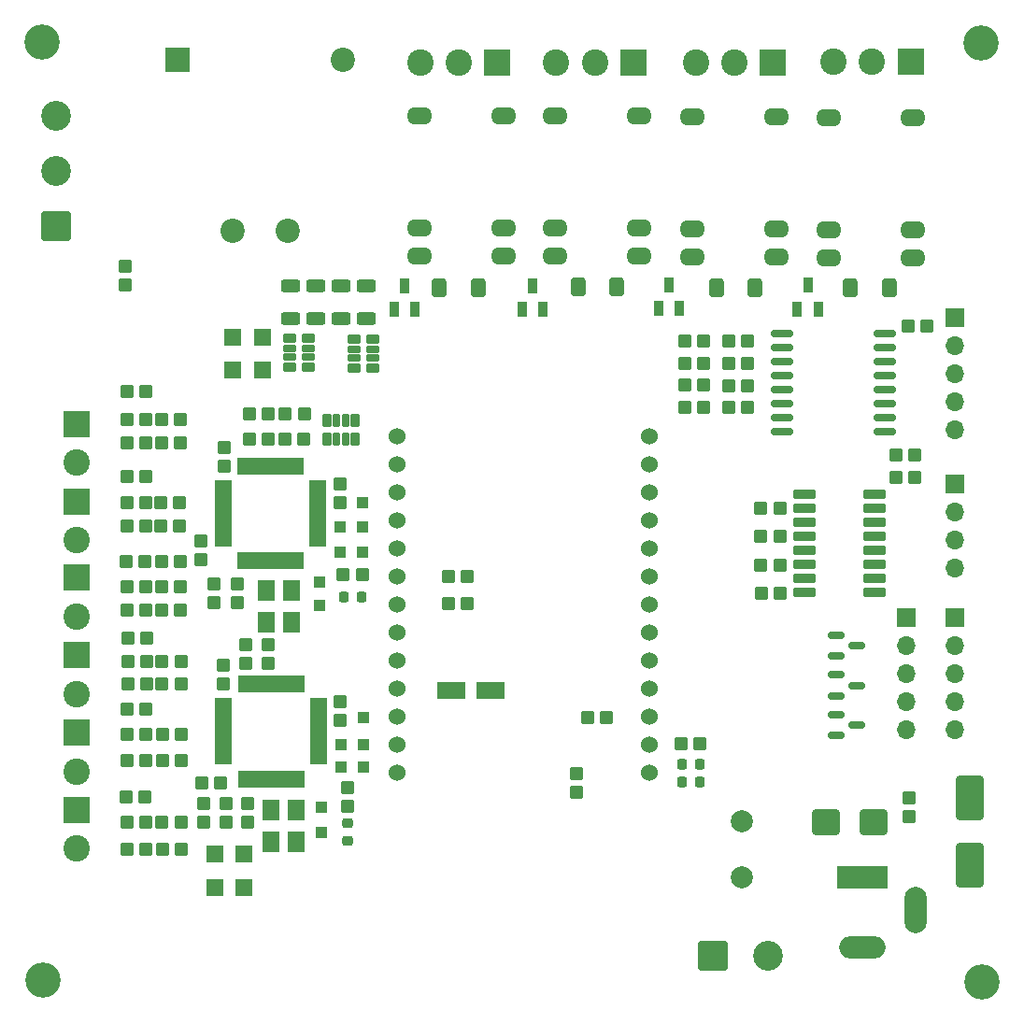
<source format=gbr>
%TF.GenerationSoftware,KiCad,Pcbnew,8.0.7-8.0.7-0~ubuntu22.04.1*%
%TF.CreationDate,2024-12-29T11:33:44+01:00*%
%TF.ProjectId,monitor_consumo,6d6f6e69-746f-4725-9f63-6f6e73756d6f,rev?*%
%TF.SameCoordinates,Original*%
%TF.FileFunction,Soldermask,Top*%
%TF.FilePolarity,Negative*%
%FSLAX46Y46*%
G04 Gerber Fmt 4.6, Leading zero omitted, Abs format (unit mm)*
G04 Created by KiCad (PCBNEW 8.0.7-8.0.7-0~ubuntu22.04.1) date 2024-12-29 11:33:44*
%MOMM*%
%LPD*%
G01*
G04 APERTURE LIST*
G04 Aperture macros list*
%AMRoundRect*
0 Rectangle with rounded corners*
0 $1 Rounding radius*
0 $2 $3 $4 $5 $6 $7 $8 $9 X,Y pos of 4 corners*
0 Add a 4 corners polygon primitive as box body*
4,1,4,$2,$3,$4,$5,$6,$7,$8,$9,$2,$3,0*
0 Add four circle primitives for the rounded corners*
1,1,$1+$1,$2,$3*
1,1,$1+$1,$4,$5*
1,1,$1+$1,$6,$7*
1,1,$1+$1,$8,$9*
0 Add four rect primitives between the rounded corners*
20,1,$1+$1,$2,$3,$4,$5,0*
20,1,$1+$1,$4,$5,$6,$7,0*
20,1,$1+$1,$6,$7,$8,$9,0*
20,1,$1+$1,$8,$9,$2,$3,0*%
G04 Aperture macros list end*
%ADD10RoundRect,0.050800X-0.500000X0.550000X-0.500000X-0.550000X0.500000X-0.550000X0.500000X0.550000X0*%
%ADD11RoundRect,0.050800X-0.550000X-0.500000X0.550000X-0.500000X0.550000X0.500000X-0.550000X0.500000X0*%
%ADD12RoundRect,0.050800X0.500000X-0.550000X0.500000X0.550000X-0.500000X0.550000X-0.500000X-0.550000X0*%
%ADD13RoundRect,0.050800X0.500000X0.550000X-0.500000X0.550000X-0.500000X-0.550000X0.500000X-0.550000X0*%
%ADD14R,1.700000X1.700000*%
%ADD15O,1.700000X1.700000*%
%ADD16R,2.400000X2.400000*%
%ADD17C,2.400000*%
%ADD18RoundRect,0.050800X0.500000X-0.350000X0.500000X0.350000X-0.500000X0.350000X-0.500000X-0.350000X0*%
%ADD19RoundRect,0.050800X0.500000X-0.250000X0.500000X0.250000X-0.500000X0.250000X-0.500000X-0.250000X0*%
%ADD20RoundRect,0.050800X-0.550000X0.500000X-0.550000X-0.500000X0.550000X-0.500000X0.550000X0.500000X0*%
%ADD21C,2.000000*%
%ADD22RoundRect,0.218750X-0.218750X-0.256250X0.218750X-0.256250X0.218750X0.256250X-0.218750X0.256250X0*%
%ADD23R,1.000000X1.000000*%
%ADD24RoundRect,0.050800X-0.500000X0.350000X-0.500000X-0.350000X0.500000X-0.350000X0.500000X0.350000X0*%
%ADD25RoundRect,0.050800X-0.500000X0.250000X-0.500000X-0.250000X0.500000X-0.250000X0.500000X0.250000X0*%
%ADD26RoundRect,0.050800X-0.500000X-0.550000X0.500000X-0.550000X0.500000X0.550000X-0.500000X0.550000X0*%
%ADD27RoundRect,0.050800X-0.350000X-0.500000X0.350000X-0.500000X0.350000X0.500000X-0.350000X0.500000X0*%
%ADD28RoundRect,0.050800X-0.250000X-0.500000X0.250000X-0.500000X0.250000X0.500000X-0.250000X0.500000X0*%
%ADD29RoundRect,0.056280X0.345720X-0.660720X0.345720X0.660720X-0.345720X0.660720X-0.345720X-0.660720X0*%
%ADD30R,1.500000X1.950000*%
%ADD31RoundRect,0.050800X-0.749300X-0.165100X0.749300X-0.165100X0.749300X0.165100X-0.749300X0.165100X0*%
%ADD32RoundRect,0.050800X-0.165100X-0.749300X0.165100X-0.749300X0.165100X0.749300X-0.165100X0.749300X0*%
%ADD33C,3.200000*%
%ADD34R,1.500000X1.500000*%
%ADD35R,2.200000X2.200000*%
%ADD36C,2.200000*%
%ADD37RoundRect,0.250000X-0.625000X0.312500X-0.625000X-0.312500X0.625000X-0.312500X0.625000X0.312500X0*%
%ADD38RoundRect,0.050800X0.550000X0.500000X-0.550000X0.500000X-0.550000X-0.500000X0.550000X-0.500000X0*%
%ADD39RoundRect,0.250000X0.400000X0.600000X-0.400000X0.600000X-0.400000X-0.600000X0.400000X-0.600000X0*%
%ADD40RoundRect,0.150000X-0.587500X-0.150000X0.587500X-0.150000X0.587500X0.150000X-0.587500X0.150000X0*%
%ADD41RoundRect,0.250001X1.099999X-1.099999X1.099999X1.099999X-1.099999X1.099999X-1.099999X-1.099999X0*%
%ADD42C,2.700000*%
%ADD43O,2.300000X1.600000*%
%ADD44RoundRect,0.050800X0.550000X-0.500000X0.550000X0.500000X-0.550000X0.500000X-0.550000X-0.500000X0*%
%ADD45C,1.524000*%
%ADD46RoundRect,0.102000X-0.900000X-0.295000X0.900000X-0.295000X0.900000X0.295000X-0.900000X0.295000X0*%
%ADD47RoundRect,0.250000X-1.000000X1.750000X-1.000000X-1.750000X1.000000X-1.750000X1.000000X1.750000X0*%
%ADD48RoundRect,0.150000X-0.875000X-0.150000X0.875000X-0.150000X0.875000X0.150000X-0.875000X0.150000X0*%
%ADD49RoundRect,0.250000X-1.050000X-0.550000X1.050000X-0.550000X1.050000X0.550000X-1.050000X0.550000X0*%
%ADD50RoundRect,0.250001X-1.099999X-1.099999X1.099999X-1.099999X1.099999X1.099999X-1.099999X1.099999X0*%
%ADD51RoundRect,0.218750X0.256250X-0.218750X0.256250X0.218750X-0.256250X0.218750X-0.256250X-0.218750X0*%
%ADD52R,4.600000X2.000000*%
%ADD53O,4.200000X2.000000*%
%ADD54O,2.000000X4.200000*%
%ADD55RoundRect,0.250000X-1.000000X-0.900000X1.000000X-0.900000X1.000000X0.900000X-1.000000X0.900000X0*%
G04 APERTURE END LIST*
D10*
%TO.C,C11*%
X124900000Y-86600000D03*
X124900000Y-88300000D03*
%TD*%
D11*
%TO.C,C9*%
X116025000Y-96900000D03*
X117725000Y-96900000D03*
%TD*%
D12*
%TO.C,C31*%
X126850000Y-106150000D03*
X126850000Y-104450000D03*
%TD*%
D13*
%TO.C,R2*%
X175250000Y-94600000D03*
X173550000Y-94600000D03*
%TD*%
D14*
%TO.C,J9*%
X191150000Y-89900000D03*
D15*
X191150000Y-92440000D03*
X191150000Y-94980000D03*
X191150000Y-97520000D03*
%TD*%
D16*
%TO.C,J15*%
X111550000Y-105400000D03*
D17*
X111550000Y-108900000D03*
%TD*%
D18*
%TO.C,RN2*%
X132500000Y-79300000D03*
D19*
X132500000Y-78400000D03*
X132500000Y-77600000D03*
D18*
X132500000Y-76700000D03*
X130800000Y-76700000D03*
D19*
X130800000Y-77600000D03*
X130800000Y-78400000D03*
D18*
X130800000Y-79300000D03*
%TD*%
D20*
%TO.C,R25*%
X115900000Y-70150000D03*
X115900000Y-71850000D03*
%TD*%
D21*
%TO.C,F1*%
X171810000Y-120470000D03*
X171800000Y-125550000D03*
%TD*%
D22*
%TO.C,D11*%
X135787500Y-100100000D03*
X137362500Y-100100000D03*
%TD*%
D16*
%TO.C,J11*%
X111550000Y-84425000D03*
D17*
X111550000Y-87925000D03*
%TD*%
D23*
%TO.C,TP11*%
X135400000Y-96050000D03*
%TD*%
%TO.C,TP21*%
X137500000Y-115500000D03*
%TD*%
D24*
%TO.C,RN1*%
X136700000Y-76750000D03*
D25*
X136700000Y-77650000D03*
X136700000Y-78450000D03*
D24*
X136700000Y-79350000D03*
X138400000Y-79350000D03*
D25*
X138400000Y-78450000D03*
X138400000Y-77650000D03*
D24*
X138400000Y-76750000D03*
%TD*%
D11*
%TO.C,C23*%
X116150000Y-103850000D03*
X117850000Y-103850000D03*
%TD*%
D26*
%TO.C,R8*%
X170600000Y-80960000D03*
X172300000Y-80960000D03*
%TD*%
D16*
%TO.C,J4*%
X174625000Y-51650000D03*
D17*
X171125000Y-51650000D03*
X167625000Y-51650000D03*
%TD*%
D26*
%TO.C,R22*%
X116075000Y-84000000D03*
X117775000Y-84000000D03*
%TD*%
D23*
%TO.C,TP16*%
X133700000Y-121425000D03*
%TD*%
D27*
%TO.C,RN3*%
X134200000Y-85800000D03*
D28*
X135100000Y-85800000D03*
X135900000Y-85800000D03*
D27*
X136800000Y-85800000D03*
X136800000Y-84100000D03*
D28*
X135900000Y-84100000D03*
X135100000Y-84100000D03*
D27*
X134200000Y-84100000D03*
%TD*%
D29*
%TO.C,Q4*%
X176850000Y-74000000D03*
X178750000Y-74000000D03*
X177800000Y-71880000D03*
%TD*%
D30*
%TO.C,Y2*%
X129125000Y-119450000D03*
X129125000Y-122300000D03*
X131425000Y-122300000D03*
X131425000Y-119450000D03*
%TD*%
D16*
%TO.C,J17*%
X111550000Y-119425000D03*
D17*
X111550000Y-122925000D03*
%TD*%
D31*
%TO.C,IC1*%
X124800000Y-89800000D03*
X124800000Y-90300000D03*
X124800000Y-90800000D03*
X124800000Y-91300000D03*
X124800000Y-91800000D03*
X124800000Y-92300000D03*
X124800000Y-92800000D03*
X124800000Y-93300000D03*
X124800000Y-93800000D03*
X124800000Y-94300000D03*
X124800000Y-94800000D03*
X124800000Y-95300000D03*
D32*
X126350000Y-96850000D03*
X126850000Y-96850000D03*
X127350000Y-96850000D03*
X127850000Y-96850000D03*
X128350000Y-96850000D03*
X128850000Y-96850000D03*
X129350000Y-96850000D03*
X129850000Y-96850000D03*
X130350000Y-96850000D03*
X130850000Y-96850000D03*
X131350000Y-96850000D03*
X131850000Y-96850000D03*
D31*
X133400000Y-95300000D03*
X133400000Y-94800000D03*
X133400000Y-94300000D03*
X133400000Y-93800000D03*
X133400000Y-93300000D03*
X133400000Y-92800000D03*
X133400000Y-92300000D03*
X133400000Y-91800000D03*
X133400000Y-91300000D03*
X133400000Y-90800000D03*
X133400000Y-90300000D03*
X133400000Y-89800000D03*
D32*
X131850000Y-88250000D03*
X131350000Y-88250000D03*
X130850000Y-88250000D03*
X130350000Y-88250000D03*
X129850000Y-88250000D03*
X129350000Y-88250000D03*
X128850000Y-88250000D03*
X128350000Y-88250000D03*
X127850000Y-88250000D03*
X127350000Y-88250000D03*
X126850000Y-88250000D03*
X126350000Y-88250000D03*
%TD*%
D33*
%TO.C,H2*%
X108500000Y-134800000D03*
%TD*%
D34*
%TO.C,TP12*%
X124100000Y-123425000D03*
%TD*%
D11*
%TO.C,C6*%
X119250000Y-99175000D03*
X120950000Y-99175000D03*
%TD*%
D26*
%TO.C,R19*%
X116075000Y-86125000D03*
X117775000Y-86125000D03*
%TD*%
D35*
%TO.C,T1*%
X120690000Y-51400000D03*
D36*
X135690000Y-51400000D03*
X130690000Y-66900000D03*
X125690000Y-66900000D03*
%TD*%
D23*
%TO.C,TP9*%
X135400000Y-93800000D03*
%TD*%
D12*
%TO.C,C26*%
X135400000Y-111300000D03*
X135400000Y-109600000D03*
%TD*%
D37*
%TO.C,R29*%
X137800000Y-71925000D03*
X137800000Y-74850000D03*
%TD*%
D26*
%TO.C,R42*%
X119300000Y-114925000D03*
X121000000Y-114925000D03*
%TD*%
D31*
%TO.C,IC2*%
X124850000Y-109550000D03*
X124850000Y-110050000D03*
X124850000Y-110550000D03*
X124850000Y-111050000D03*
X124850000Y-111550000D03*
X124850000Y-112050000D03*
X124850000Y-112550000D03*
X124850000Y-113050000D03*
X124850000Y-113550000D03*
X124850000Y-114050000D03*
X124850000Y-114550000D03*
X124850000Y-115050000D03*
D32*
X126400000Y-116600000D03*
X126900000Y-116600000D03*
X127400000Y-116600000D03*
X127900000Y-116600000D03*
X128400000Y-116600000D03*
X128900000Y-116600000D03*
X129400000Y-116600000D03*
X129900000Y-116600000D03*
X130400000Y-116600000D03*
X130900000Y-116600000D03*
X131400000Y-116600000D03*
X131900000Y-116600000D03*
D31*
X133450000Y-115050000D03*
X133450000Y-114550000D03*
X133450000Y-114050000D03*
X133450000Y-113550000D03*
X133450000Y-113050000D03*
X133450000Y-112550000D03*
X133450000Y-112050000D03*
X133450000Y-111550000D03*
X133450000Y-111050000D03*
X133450000Y-110550000D03*
X133450000Y-110050000D03*
X133450000Y-109550000D03*
D32*
X131900000Y-108000000D03*
X131400000Y-108000000D03*
X130900000Y-108000000D03*
X130400000Y-108000000D03*
X129900000Y-108000000D03*
X129400000Y-108000000D03*
X128900000Y-108000000D03*
X128400000Y-108000000D03*
X127900000Y-108000000D03*
X127400000Y-108000000D03*
X126900000Y-108000000D03*
X126400000Y-108000000D03*
%TD*%
D34*
%TO.C,TP14*%
X124075000Y-126475000D03*
%TD*%
D26*
%TO.C,R26*%
X119225000Y-86125000D03*
X120925000Y-86125000D03*
%TD*%
D38*
%TO.C,C10*%
X120925000Y-96925000D03*
X119225000Y-96925000D03*
%TD*%
D13*
%TO.C,R9*%
X168370000Y-78930000D03*
X166670000Y-78930000D03*
%TD*%
D26*
%TO.C,R13*%
X185750000Y-87260000D03*
X187450000Y-87260000D03*
%TD*%
D38*
%TO.C,C17*%
X132100000Y-85800000D03*
X130400000Y-85800000D03*
%TD*%
D39*
%TO.C,D4*%
X185150000Y-72100000D03*
X181650000Y-72100000D03*
%TD*%
D11*
%TO.C,C13*%
X127200000Y-83550000D03*
X128900000Y-83550000D03*
%TD*%
D29*
%TO.C,Q1*%
X140300000Y-74020000D03*
X142200000Y-74020000D03*
X141250000Y-71900000D03*
%TD*%
D26*
%TO.C,R36*%
X116100000Y-114950000D03*
X117800000Y-114950000D03*
%TD*%
D38*
%TO.C,C22*%
X124550000Y-117000000D03*
X122850000Y-117000000D03*
%TD*%
D23*
%TO.C,TP5*%
X133575000Y-98800000D03*
%TD*%
D26*
%TO.C,R6*%
X166670000Y-82930000D03*
X168370000Y-82930000D03*
%TD*%
D34*
%TO.C,TP7*%
X128400000Y-76550000D03*
%TD*%
D26*
%TO.C,R24*%
X116075000Y-99225000D03*
X117775000Y-99225000D03*
%TD*%
%TO.C,R4*%
X173550000Y-97200000D03*
X175250000Y-97200000D03*
%TD*%
%TO.C,R38*%
X116150000Y-105925000D03*
X117850000Y-105925000D03*
%TD*%
D11*
%TO.C,C8*%
X116100000Y-89175000D03*
X117800000Y-89175000D03*
%TD*%
D40*
%TO.C,D10*%
X180325000Y-107175000D03*
X180325000Y-109075000D03*
X182200000Y-108125000D03*
%TD*%
D10*
%TO.C,C30*%
X127025000Y-118800000D03*
X127025000Y-120500000D03*
%TD*%
%TO.C,C29*%
X124800000Y-106300000D03*
X124800000Y-108000000D03*
%TD*%
D11*
%TO.C,C4*%
X119250000Y-84025000D03*
X120950000Y-84025000D03*
%TD*%
D41*
%TO.C,J14*%
X109650000Y-66477500D03*
D42*
X109650000Y-61477500D03*
X109650000Y-56477500D03*
%TD*%
D43*
%TO.C,K1*%
X142590000Y-56550000D03*
X142590000Y-66710000D03*
X142590000Y-69250000D03*
X150210000Y-69250000D03*
X150210000Y-66710000D03*
X150210000Y-56550000D03*
%TD*%
D44*
%TO.C,R17*%
X156800000Y-117800000D03*
X156800000Y-116100000D03*
%TD*%
D37*
%TO.C,R32*%
X130900000Y-71950000D03*
X130900000Y-74875000D03*
%TD*%
D11*
%TO.C,C20*%
X119300000Y-112525000D03*
X121000000Y-112525000D03*
%TD*%
D45*
%TO.C,U3*%
X140570000Y-85550000D03*
X140570000Y-88090000D03*
X140570000Y-90630000D03*
X140570000Y-93170000D03*
X140570000Y-95710000D03*
X140570000Y-98250000D03*
X140570000Y-100790000D03*
X140570000Y-103330000D03*
X140570000Y-105870000D03*
X140570000Y-108410000D03*
X140570000Y-110950000D03*
X140570000Y-113490000D03*
X140570000Y-116030000D03*
X163430000Y-116030000D03*
X163430000Y-113490000D03*
X163430000Y-110950000D03*
X163430000Y-108410000D03*
X163430000Y-105870000D03*
X163430000Y-103330000D03*
X163430000Y-100790000D03*
X163430000Y-98250000D03*
X163430000Y-95710000D03*
X163430000Y-93170000D03*
X163430000Y-90630000D03*
X163430000Y-88090000D03*
X163430000Y-85550000D03*
%TD*%
D34*
%TO.C,TP18*%
X126675000Y-126475000D03*
%TD*%
D10*
%TO.C,C16*%
X123975000Y-98900000D03*
X123975000Y-100600000D03*
%TD*%
D39*
%TO.C,D2*%
X160500000Y-72050000D03*
X157000000Y-72050000D03*
%TD*%
D37*
%TO.C,R31*%
X133200000Y-71950000D03*
X133200000Y-74875000D03*
%TD*%
D11*
%TO.C,C24*%
X116075000Y-110300000D03*
X117775000Y-110300000D03*
%TD*%
%TO.C,C5*%
X119150000Y-91525000D03*
X120850000Y-91525000D03*
%TD*%
D26*
%TO.C,R14*%
X170600000Y-76960000D03*
X172300000Y-76960000D03*
%TD*%
%TO.C,R21*%
X116100000Y-101325000D03*
X117800000Y-101325000D03*
%TD*%
D34*
%TO.C,TP3*%
X125650000Y-76550000D03*
%TD*%
D39*
%TO.C,D3*%
X173000000Y-72100000D03*
X169500000Y-72100000D03*
%TD*%
D40*
%TO.C,D9*%
X180325000Y-110775000D03*
X180325000Y-112675000D03*
X182200000Y-111725000D03*
%TD*%
D13*
%TO.C,R34*%
X137400000Y-98050000D03*
X135700000Y-98050000D03*
%TD*%
D33*
%TO.C,H3*%
X193600000Y-135000000D03*
%TD*%
D26*
%TO.C,R28*%
X119225000Y-101325000D03*
X120925000Y-101325000D03*
%TD*%
D33*
%TO.C,H1*%
X193500000Y-49900000D03*
%TD*%
D13*
%TO.C,R15*%
X159550000Y-111050000D03*
X157850000Y-111050000D03*
%TD*%
D26*
%TO.C,R3*%
X170600000Y-82960000D03*
X172300000Y-82960000D03*
%TD*%
D11*
%TO.C,C19*%
X119275000Y-105925000D03*
X120975000Y-105925000D03*
%TD*%
D26*
%TO.C,R27*%
X119175000Y-93675000D03*
X120875000Y-93675000D03*
%TD*%
D43*
%TO.C,K3*%
X167290000Y-56600000D03*
X167290000Y-66760000D03*
X167290000Y-69300000D03*
X174910000Y-69300000D03*
X174910000Y-66760000D03*
X174910000Y-56600000D03*
%TD*%
D23*
%TO.C,TP20*%
X135500000Y-113500000D03*
%TD*%
D29*
%TO.C,Q2*%
X151900000Y-74020000D03*
X153800000Y-74020000D03*
X152850000Y-71900000D03*
%TD*%
D26*
%TO.C,R39*%
X116075000Y-112525000D03*
X117775000Y-112525000D03*
%TD*%
D10*
%TO.C,C27*%
X123050000Y-118825000D03*
X123050000Y-120525000D03*
%TD*%
D23*
%TO.C,TP19*%
X137500000Y-113500000D03*
%TD*%
D16*
%TO.C,J13*%
X111550000Y-98375000D03*
D17*
X111550000Y-101875000D03*
%TD*%
D44*
%TO.C,R45*%
X136050000Y-119050000D03*
X136050000Y-117350000D03*
%TD*%
D26*
%TO.C,R35*%
X116150000Y-108025000D03*
X117850000Y-108025000D03*
%TD*%
D29*
%TO.C,Q3*%
X164250000Y-73960000D03*
X166150000Y-73960000D03*
X165200000Y-71840000D03*
%TD*%
D46*
%TO.C,U1*%
X177495000Y-90805000D03*
X177495000Y-92075000D03*
X177495000Y-93345000D03*
X177495000Y-94615000D03*
X177495000Y-95885000D03*
X177495000Y-97155000D03*
X177495000Y-98425000D03*
X177495000Y-99695000D03*
X183805000Y-99695000D03*
X183805000Y-98425000D03*
X183805000Y-97155000D03*
X183805000Y-95885000D03*
X183805000Y-94615000D03*
X183805000Y-93345000D03*
X183805000Y-92075000D03*
X183805000Y-90805000D03*
%TD*%
D23*
%TO.C,TP17*%
X137500000Y-111000000D03*
%TD*%
D22*
%TO.C,D5*%
X166387500Y-116900000D03*
X167962500Y-116900000D03*
%TD*%
D26*
%TO.C,R37*%
X116100000Y-122950000D03*
X117800000Y-122950000D03*
%TD*%
D13*
%TO.C,R1*%
X175250000Y-92100000D03*
X173550000Y-92100000D03*
%TD*%
D14*
%TO.C,J6*%
X191150000Y-74840000D03*
D15*
X191150000Y-77380000D03*
X191150000Y-79920000D03*
X191150000Y-82460000D03*
X191150000Y-85000000D03*
%TD*%
D26*
%TO.C,R20*%
X116075000Y-93675000D03*
X117775000Y-93675000D03*
%TD*%
D47*
%TO.C,C1*%
X192500000Y-118350000D03*
X192500000Y-124450000D03*
%TD*%
D43*
%TO.C,K4*%
X179690000Y-56650000D03*
X179690000Y-66810000D03*
X179690000Y-69350000D03*
X187310000Y-69350000D03*
X187310000Y-66810000D03*
X187310000Y-56650000D03*
%TD*%
D22*
%TO.C,D7*%
X166387500Y-115250000D03*
X167962500Y-115250000D03*
%TD*%
D23*
%TO.C,TP22*%
X135500000Y-115500000D03*
%TD*%
D13*
%TO.C,R7*%
X168370000Y-80930000D03*
X166670000Y-80930000D03*
%TD*%
D26*
%TO.C,R12*%
X170600000Y-78960000D03*
X172300000Y-78960000D03*
%TD*%
D23*
%TO.C,TP6*%
X137400000Y-91550000D03*
%TD*%
D34*
%TO.C,TP2*%
X128400000Y-79550000D03*
%TD*%
D33*
%TO.C,H4*%
X108400000Y-49800000D03*
%TD*%
D23*
%TO.C,TP4*%
X133575000Y-100875000D03*
%TD*%
%TO.C,TP8*%
X137400000Y-93800000D03*
%TD*%
D39*
%TO.C,D1*%
X147900000Y-72100000D03*
X144400000Y-72100000D03*
%TD*%
D16*
%TO.C,J12*%
X111550000Y-91450000D03*
D17*
X111550000Y-94950000D03*
%TD*%
D48*
%TO.C,U2*%
X175450000Y-76205000D03*
X175450000Y-77475000D03*
X175450000Y-78745000D03*
X175450000Y-80015000D03*
X175450000Y-81285000D03*
X175450000Y-82555000D03*
X175450000Y-83825000D03*
X175450000Y-85095000D03*
X184750000Y-85095000D03*
X184750000Y-83825000D03*
X184750000Y-82555000D03*
X184750000Y-81285000D03*
X184750000Y-80015000D03*
X184750000Y-78745000D03*
X184750000Y-77475000D03*
X184750000Y-76205000D03*
%TD*%
D26*
%TO.C,R5*%
X173600000Y-99800000D03*
X175300000Y-99800000D03*
%TD*%
D30*
%TO.C,Y1*%
X128700000Y-99550000D03*
X128700000Y-102400000D03*
X131000000Y-102400000D03*
X131000000Y-99550000D03*
%TD*%
D10*
%TO.C,C18*%
X126075000Y-98925000D03*
X126075000Y-100625000D03*
%TD*%
D16*
%TO.C,J5*%
X187100000Y-51625000D03*
D17*
X183600000Y-51625000D03*
X180100000Y-51625000D03*
%TD*%
D14*
%TO.C,J10*%
X186700000Y-101970000D03*
D15*
X186700000Y-104510000D03*
X186700000Y-107050000D03*
X186700000Y-109590000D03*
X186700000Y-112130000D03*
%TD*%
D11*
%TO.C,C25*%
X116050000Y-118275000D03*
X117750000Y-118275000D03*
%TD*%
D26*
%TO.C,R43*%
X119300000Y-122950000D03*
X121000000Y-122950000D03*
%TD*%
D34*
%TO.C,TP1*%
X125650000Y-79550000D03*
%TD*%
D12*
%TO.C,C3*%
X186975000Y-120050000D03*
X186975000Y-118350000D03*
%TD*%
D10*
%TO.C,C28*%
X125050000Y-118800000D03*
X125050000Y-120500000D03*
%TD*%
D26*
%TO.C,R16*%
X145200000Y-100700000D03*
X146900000Y-100700000D03*
%TD*%
D49*
%TO.C,C2*%
X145450000Y-108550000D03*
X149050000Y-108550000D03*
%TD*%
D13*
%TO.C,R10*%
X168370000Y-76900000D03*
X166670000Y-76900000D03*
%TD*%
D26*
%TO.C,R11*%
X185770000Y-89260000D03*
X187470000Y-89260000D03*
%TD*%
%TO.C,R41*%
X119275000Y-108025000D03*
X120975000Y-108025000D03*
%TD*%
D43*
%TO.C,K2*%
X154890000Y-56550000D03*
X154890000Y-66710000D03*
X154890000Y-69250000D03*
X162510000Y-69250000D03*
X162510000Y-66710000D03*
X162510000Y-56550000D03*
%TD*%
D10*
%TO.C,C12*%
X122800000Y-95000000D03*
X122800000Y-96700000D03*
%TD*%
D13*
%TO.C,R44*%
X146900000Y-98250000D03*
X145200000Y-98250000D03*
%TD*%
D11*
%TO.C,C21*%
X119275000Y-120550000D03*
X120975000Y-120550000D03*
%TD*%
D12*
%TO.C,C15*%
X135400000Y-91600000D03*
X135400000Y-89900000D03*
%TD*%
D14*
%TO.C,J1*%
X191150000Y-101970000D03*
D15*
X191150000Y-104510000D03*
X191150000Y-107050000D03*
X191150000Y-109590000D03*
X191150000Y-112130000D03*
%TD*%
D23*
%TO.C,TP10*%
X137400000Y-96050000D03*
%TD*%
D38*
%TO.C,C33*%
X188600000Y-75590000D03*
X186900000Y-75590000D03*
%TD*%
D26*
%TO.C,R23*%
X116075000Y-91525000D03*
X117775000Y-91525000D03*
%TD*%
D13*
%TO.C,R33*%
X132150000Y-83550000D03*
X130450000Y-83550000D03*
%TD*%
D34*
%TO.C,TP13*%
X126700000Y-123425000D03*
%TD*%
D37*
%TO.C,R30*%
X135500000Y-71937500D03*
X135500000Y-74862500D03*
%TD*%
D16*
%TO.C,J2*%
X149650000Y-51675000D03*
D17*
X146150000Y-51675000D03*
X142650000Y-51675000D03*
%TD*%
D50*
%TO.C,J7*%
X169150000Y-132650000D03*
D42*
X174150000Y-132650000D03*
%TD*%
D12*
%TO.C,C32*%
X128900000Y-106150000D03*
X128900000Y-104450000D03*
%TD*%
D16*
%TO.C,J3*%
X162000000Y-51725000D03*
D17*
X158500000Y-51725000D03*
X155000000Y-51725000D03*
%TD*%
D51*
%TO.C,D12*%
X136050000Y-122175000D03*
X136050000Y-120600000D03*
%TD*%
D23*
%TO.C,TP15*%
X133750000Y-119175000D03*
%TD*%
D52*
%TO.C,J8*%
X182750000Y-125550000D03*
D53*
X182750000Y-131850000D03*
D54*
X187550000Y-128450000D03*
%TD*%
D26*
%TO.C,R40*%
X116100000Y-120525000D03*
X117800000Y-120525000D03*
%TD*%
D16*
%TO.C,J16*%
X111550000Y-112425000D03*
D17*
X111550000Y-115925000D03*
%TD*%
D40*
%TO.C,D8*%
X180350000Y-103575000D03*
X180350000Y-105475000D03*
X182225000Y-104525000D03*
%TD*%
D11*
%TO.C,C14*%
X127200000Y-85800000D03*
X128900000Y-85800000D03*
%TD*%
D13*
%TO.C,R18*%
X168025000Y-113400000D03*
X166325000Y-113400000D03*
%TD*%
D11*
%TO.C,C7*%
X116100000Y-81450000D03*
X117800000Y-81450000D03*
%TD*%
D55*
%TO.C,D6*%
X179425000Y-120525000D03*
X183725000Y-120525000D03*
%TD*%
M02*

</source>
